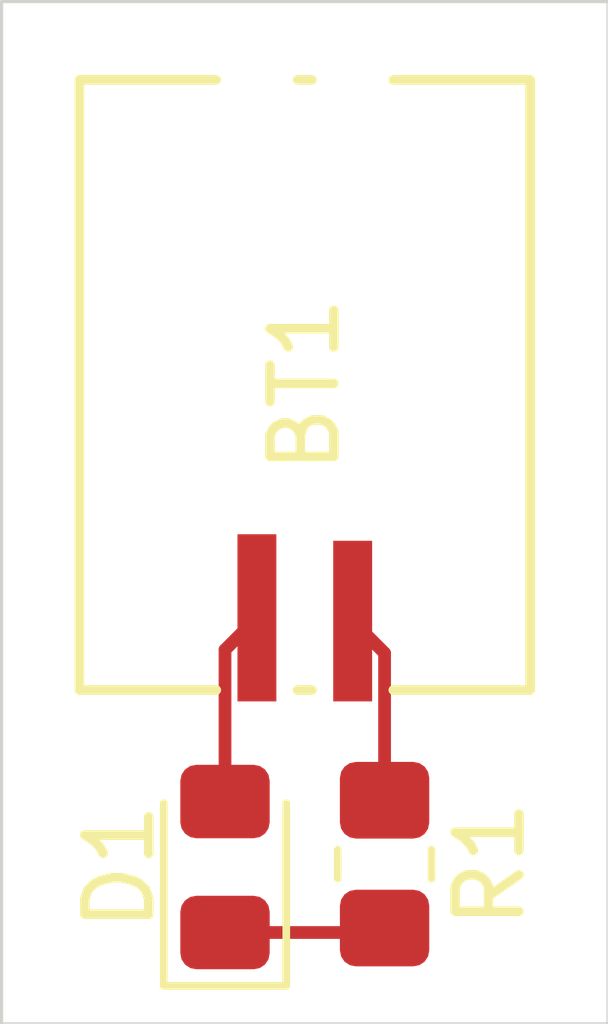
<source format=kicad_pcb>
(kicad_pcb (version 20240108) (generator "pcbnew") (generator_version "8.0")
  (title_block (title "PCB") (date "2024-10-28") (rev "1.0"))
  (layers (0 "F.Cu" signal) (31 "B.Cu" signal) (34 "B.Paste" user) (35 "F.Paste" user) (36 "B.SilkS" user "B.Silkscreen") (37 "F.SilkS" user "F.Silkscreen") (38 "B.Mask" user) (39 "F.Mask" user) (44 "Edge.Cuts" user))
  (net 0 "")
  (net 1 "Net-(BT1--)")
  (net 2 "Net-(BT1-+)")
  (net 3 "Net-(D1-K)")
  (footprint "LED_SMD:LED_0805_2012Metric_Pad1.15x1.40mm_HandSolder" (layer "F.Cu") (at 146.5 100.045 90)
    (property "Reference" "D1" (at 0 -1.65 90) (layer "F.SilkS"))
    (property "Value" "LED")
    (fp_line (start 1 -0.96) (end -1.86 -0.96) (stroke (width 0.12)) (layer "F.SilkS"))
    (fp_line (start -1.86 -0.96) (end -1.86 0.96) (stroke (width 0.12)) (layer "F.SilkS"))
    (fp_line (start -1.86 0.96) (end 1 0.96) (stroke (width 0.12)) (layer "F.SilkS"))
    (pad "1" smd roundrect (at -1.025 0 90) (size 1.15 1.4) (layers "F.Cu" "F.Paste" "F.Mask") (roundrect_rratio 0.217391) (net 3 "Net-(D1-K)"))
    (pad "2" smd roundrect (at 1.025 0 90) (size 1.15 1.4) (layers "F.Cu" "F.Paste" "F.Mask") (roundrect_rratio 0.217391) (net 2 "Net-(BT1-+)"))
  )
  (footprint "FS_3_Global_Footprint_Library:MS621FE-FL11E_SEC" (layer "F.Cu") (at 147.749999 92.5 90)
    (property "Reference" "BT1" (at 0 0 90) (layer "F.SilkS"))
    (property "Value" "Battery_Cell")
    (fp_line (start 4.7752 -3.5306) (end -4.7752 -3.5306) (stroke (width 0.1524)) (layer "F.SilkS"))
    (fp_line (start -4.7752 -3.5306) (end -4.7752 -1.387541) (stroke (width 0.1524)) (layer "F.SilkS"))
    (fp_line (start 4.7752 -1.387541) (end 4.7752 -3.5306) (stroke (width 0.1524)) (layer "F.SilkS"))
    (fp_line (start -4.7752 -0.112461) (end -4.7752 0.112461) (stroke (width 0.1524)) (layer "F.SilkS"))
    (fp_line (start 4.7752 0.112461) (end 4.7752 -0.112461) (stroke (width 0.1524)) (layer "F.SilkS"))
    (fp_line (start -4.7752 1.387541) (end -4.7752 3.5306) (stroke (width 0.1524)) (layer "F.SilkS"))
    (fp_line (start 4.7752 3.5306) (end 4.7752 1.387541) (stroke (width 0.1524)) (layer "F.SilkS"))
    (fp_line (start -4.7752 3.5306) (end 4.7752 3.5306) (stroke (width 0.1524)) (layer "F.SilkS"))
    (pad "1" smd rect (at -3.6449 -0.750001 90) (size 2.6162 0.6096) (layers "F.Cu" "F.Paste" "F.Mask") (net 2 "Net-(BT1-+)"))
    (pad "2" smd rect (at -3.6957 0.750001 90) (size 2.5146 0.6096) (layers "F.Cu" "F.Paste" "F.Mask") (net 1 "Net-(BT1--)"))
  )
  (footprint "Resistor_SMD:R_0805_2012Metric_Pad1.20x1.40mm_HandSolder" (layer "F.Cu") (at 149 100 -90)
    (property "Reference" "R1" (at 0 -1.65 90) (layer "F.SilkS"))
    (property "Value" "R")
    (fp_line (start -0.227064 0.735) (end 0.227064 0.735) (stroke (width 0.12)) (layer "F.SilkS"))
    (fp_line (start -0.227064 -0.735) (end 0.227064 -0.735) (stroke (width 0.12)) (layer "F.SilkS"))
    (pad "1" smd roundrect (at -1 0 270) (size 1.2 1.4) (layers "F.Cu" "F.Paste" "F.Mask") (roundrect_rratio 0.208333) (net 1 "Net-(BT1--)"))
    (pad "2" smd roundrect (at 1 0 270) (size 1.2 1.4) (layers "F.Cu" "F.Paste" "F.Mask") (roundrect_rratio 0.208333) (net 3 "Net-(D1-K)"))
  )
  (gr_rect (start 143 86.5) (end 152.5 102.5) (stroke (width 0.05)) (fill none) (layer "Edge.Cuts"))
  (segment (start 149 99) (end 149 96.6957) (width 0.2) (layer "F.Cu") (net 1))
  (segment (start 149 96.6957) (end 148.5 96.1957) (width 0.2) (layer "F.Cu") (net 1))
  (segment (start 146.5 96.644898) (end 146.999998 96.1449) (width 0.2) (layer "F.Cu") (net 2))
  (segment (start 146.5 99.02) (end 146.5 96.644898) (width 0.2) (layer "F.Cu") (net 2))
  (segment (start 148.93 101.07) (end 149 101) (width 0.2) (layer "F.Cu") (net 3))
  (segment (start 146.5 101.07) (end 148.93 101.07) (width 0.2) (layer "F.Cu") (net 3))
)
</source>
